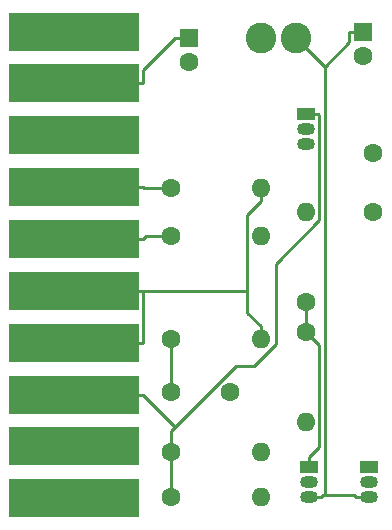
<source format=gbr>
G04 #@! TF.GenerationSoftware,KiCad,Pcbnew,(2017-12-21 revision 23d71cfa9)-makepkg*
G04 #@! TF.CreationDate,2018-08-18T11:55:38-04:00*
G04 #@! TF.ProjectId,OdysseyDaughterCardHorizSyncGenerator,4F647973736579446175676874657243,0.3*
G04 #@! TF.SameCoordinates,Original*
G04 #@! TF.FileFunction,Copper,L2,Bot,Signal*
G04 #@! TF.FilePolarity,Positive*
%FSLAX46Y46*%
G04 Gerber Fmt 4.6, Leading zero omitted, Abs format (unit mm)*
G04 Created by KiCad (PCBNEW (2017-12-21 revision 23d71cfa9)-makepkg) date 08/18/18 11:55:38*
%MOMM*%
%LPD*%
G01*
G04 APERTURE LIST*
%ADD10R,11.000000X3.250000*%
%ADD11C,1.600000*%
%ADD12R,1.600000X1.600000*%
%ADD13C,2.600000*%
%ADD14O,1.500000X1.050000*%
%ADD15R,1.500000X1.050000*%
%ADD16O,1.600000X1.600000*%
%ADD17C,0.250000*%
G04 APERTURE END LIST*
D10*
X129000000Y-81250000D03*
X129000000Y-85638888D03*
X129000000Y-90027776D03*
X129000000Y-94416664D03*
X129000000Y-98805552D03*
X129000000Y-103194440D03*
X129000000Y-107583328D03*
X129000000Y-111972216D03*
X129000000Y-116361104D03*
X129000000Y-120749992D03*
D11*
X154305000Y-96520000D03*
X154305000Y-91520000D03*
X142160000Y-111760000D03*
X137160000Y-111760000D03*
D12*
X138684000Y-81788000D03*
D11*
X138684000Y-83788000D03*
X153416000Y-83280000D03*
D12*
X153416000Y-81280000D03*
D13*
X144780000Y-81788000D03*
X147780000Y-81788000D03*
D14*
X148590000Y-89535000D03*
X148590000Y-90805000D03*
D15*
X148590000Y-88265000D03*
X148844000Y-118110000D03*
D14*
X148844000Y-120650000D03*
X148844000Y-119380000D03*
X153924000Y-119380000D03*
X153924000Y-120650000D03*
D15*
X153924000Y-118110000D03*
D16*
X144780000Y-120650000D03*
D11*
X137160000Y-120650000D03*
X137160000Y-98552000D03*
D16*
X144780000Y-98552000D03*
D11*
X137160000Y-116840000D03*
D16*
X144780000Y-116840000D03*
X148590000Y-96520000D03*
D11*
X148590000Y-104140000D03*
X137160000Y-107315000D03*
D16*
X144780000Y-107315000D03*
X148590000Y-114300000D03*
D11*
X148590000Y-106680000D03*
X137160000Y-94488000D03*
D16*
X144780000Y-94488000D03*
D17*
X137160000Y-107315000D02*
X137160000Y-111760000D01*
X134825300Y-84521400D02*
X134825300Y-85638900D01*
X137558700Y-81788000D02*
X134825300Y-84521400D01*
X138684000Y-81788000D02*
X137558700Y-81788000D01*
X129000000Y-85638900D02*
X134825300Y-85638900D01*
X144780000Y-94488000D02*
X144780000Y-95613300D01*
X144780000Y-107315000D02*
X144780000Y-106189700D01*
X143654700Y-96738600D02*
X143654700Y-103194400D01*
X144780000Y-95613300D02*
X143654700Y-96738600D01*
X143654700Y-105064400D02*
X144780000Y-106189700D01*
X143654700Y-103194400D02*
X143654700Y-105064400D01*
X134825300Y-107583300D02*
X134825300Y-103194400D01*
X129000000Y-107583300D02*
X134825300Y-107583300D01*
X129000000Y-103194400D02*
X134825300Y-103194400D01*
X143654700Y-103194400D02*
X134825300Y-103194400D01*
X148844000Y-120650000D02*
X149919300Y-120650000D01*
X152290700Y-82166900D02*
X150224800Y-84232800D01*
X152290700Y-81280000D02*
X152290700Y-82166900D01*
X150224800Y-84232800D02*
X147780000Y-81788000D01*
X153416000Y-81280000D02*
X152290700Y-81280000D01*
X153924000Y-120650000D02*
X152848700Y-120650000D01*
X150224800Y-120497200D02*
X150224800Y-84232800D01*
X150072100Y-120497200D02*
X150224800Y-120497200D01*
X149919300Y-120650000D02*
X150072100Y-120497200D01*
X152695900Y-120497200D02*
X152848700Y-120650000D01*
X150224800Y-120497200D02*
X152695900Y-120497200D01*
X137160000Y-120650000D02*
X137160000Y-116840000D01*
X129000000Y-111972200D02*
X134825300Y-111972200D01*
X148590000Y-88265000D02*
X149665300Y-88265000D01*
X137540200Y-114687100D02*
X134825300Y-111972200D01*
X142689800Y-109537500D02*
X137540200Y-114687100D01*
X144203100Y-109537500D02*
X142689800Y-109537500D01*
X146068500Y-107672100D02*
X144203100Y-109537500D01*
X146068500Y-100887100D02*
X146068500Y-107672100D01*
X149717900Y-97237700D02*
X146068500Y-100887100D01*
X149717900Y-88317600D02*
X149717900Y-97237700D01*
X149665300Y-88265000D02*
X149717900Y-88317600D01*
X137160000Y-115067300D02*
X137160000Y-116840000D01*
X137540200Y-114687100D02*
X137160000Y-115067300D01*
X134896600Y-94488000D02*
X134825300Y-94416700D01*
X137160000Y-94488000D02*
X134896600Y-94488000D01*
X129000000Y-94416700D02*
X134825300Y-94416700D01*
X135078800Y-98552000D02*
X134825300Y-98805500D01*
X137160000Y-98552000D02*
X135078800Y-98552000D01*
X129000000Y-98805500D02*
X134825300Y-98805500D01*
X148590000Y-104140000D02*
X148590000Y-106680000D01*
X149716200Y-116387500D02*
X148844000Y-117259700D01*
X149716200Y-107806200D02*
X149716200Y-116387500D01*
X148590000Y-106680000D02*
X149716200Y-107806200D01*
X148844000Y-118110000D02*
X148844000Y-117259700D01*
M02*

</source>
